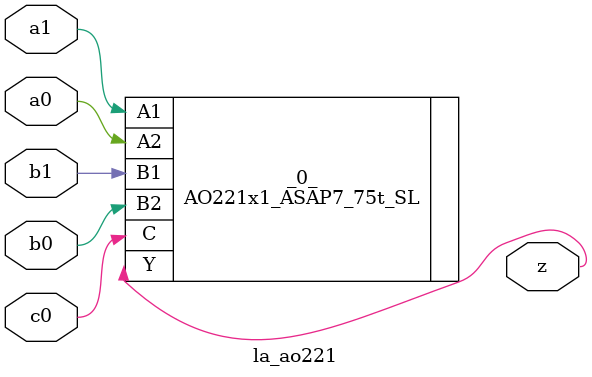
<source format=v>

/* Generated by Yosys 0.37 (git sha1 a5c7f69ed, clang 14.0.0-1ubuntu1.1 -fPIC -Os) */

module la_ao221(a0, a1, b0, b1, c0, z);
  input a0;
  wire a0;
  input a1;
  wire a1;
  input b0;
  wire b0;
  input b1;
  wire b1;
  input c0;
  wire c0;
  output z;
  wire z;
  AO221x1_ASAP7_75t_SL _0_ (
    .A1(a1),
    .A2(a0),
    .B1(b1),
    .B2(b0),
    .C(c0),
    .Y(z)
  );
endmodule

</source>
